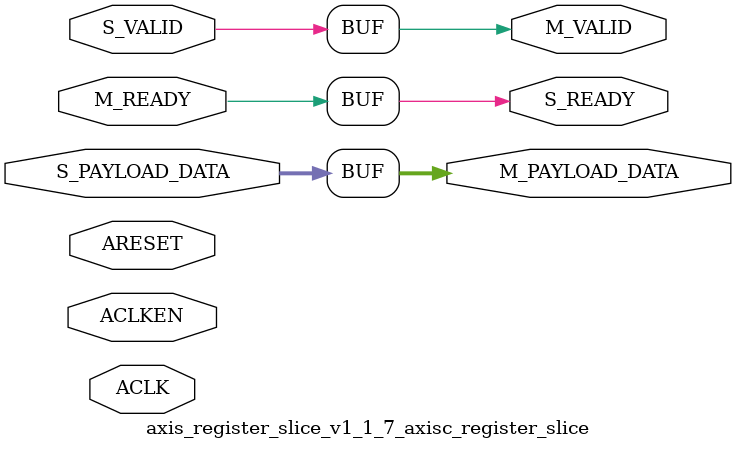
<source format=v>

`timescale 1ps/1ps

(* DowngradeIPIdentifiedWarnings="yes" *)
module axis_register_slice_v1_1_7_axisc_register_slice #
  (
   parameter C_FAMILY     = "virtex6",
   parameter C_DATA_WIDTH = 32,
   parameter C_REG_CONFIG = 32'h00000000
   // C_REG_CONFIG:
   //   0 => BYPASS    = The channel is just wired through the module.
   //   1 => FWD_REV   = Both FWD and REV (fully-registered)
   //   2 => FWD       = The master VALID and payload signals are registrated. 
   //   3 => REV       = The slave ready signal is registrated
   //   4 => RESERVED (all outputs driven to 0).
   //   5 => RESERVED (all outputs driven to 0).
   //   6 => INPUTS    = Slave and Master side inputs are registrated.
   //   7 => LIGHT_WT  = 1-stage pipeline register with bubble cycle, both FWD and REV pipelining
   //   10 => NO_READY = Assume no ready signal
   )
  (
   // System Signals
   input wire ACLK,
   input wire ARESET,
   input wire ACLKEN,

   // Slave side
   input  wire [C_DATA_WIDTH-1:0] S_PAYLOAD_DATA,
   input  wire S_VALID,
   output wire S_READY,

   // Master side
   output  wire [C_DATA_WIDTH-1:0] M_PAYLOAD_DATA,
   output wire M_VALID,
   input  wire M_READY
   );

  generate
  ////////////////////////////////////////////////////////////////////
  //
  // C_REG_CONFIG = 0
  // Bypass mode
  //
  ////////////////////////////////////////////////////////////////////
    if (C_REG_CONFIG == 32'h00000000)
    begin
      assign M_PAYLOAD_DATA = S_PAYLOAD_DATA;
      assign M_VALID        = S_VALID;
      assign S_READY        = M_READY;      
    end
  ////////////////////////////////////////////////////////////////////
  //
  // C_REG_CONFIG = 10
  // No ready, single stage register
  //
  ////////////////////////////////////////////////////////////////////
    else if (C_REG_CONFIG == 32'h0000000A)
    begin : NO_READY
      
      reg [C_DATA_WIDTH-1:0] storage_data1;
      reg                    m_valid_r; //local signal of output

      // assign local signal to its output signal
      assign S_READY = 1'b1;
      assign M_VALID = m_valid_r;

      // Load storage1 with slave side data
      always @(posedge ACLK) 
      begin
        if (ACLKEN) begin
          storage_data1 <= S_PAYLOAD_DATA; 
          m_valid_r <= S_VALID;
        end
      end

      assign M_PAYLOAD_DATA = storage_data1;


    end // if (C_REG_CONFIG == 10 )
  ////////////////////////////////////////////////////////////////////
  //
  // C_REG_CONFIG = 11
  // Minimized fanout on input signals M_READY and S_TVALID
  //
  ////////////////////////////////////////////////////////////////////
    else if (C_REG_CONFIG == 32'h00000001) begin : gen_AB_reg_slice
  //                           /----------S_READY
  //                           |/---------M_VALID
      localparam SM_RESET = 2'b00;
      localparam SM_IDLE  = 2'b10;
      localparam SM_ONE   = 2'b11;
      localparam SM_FULL  = 2'b01;
   
      (* fsm_encoding = "none" *) reg [1:0] state = SM_RESET;
      reg [C_DATA_WIDTH-1:0] payload_a;
      reg [C_DATA_WIDTH-1:0] payload_b;
      reg sel_rd = 1'b0;
      reg sel_wr = 1'b0;
      wire sel;
      wire load_a;
      wire load_b;
      
      assign M_VALID = state[0];
      assign S_READY = state[1];

      always @(posedge ACLK) begin 
        if (ARESET) begin
          state <= SM_RESET;
        end
        else if (ACLKEN) begin
          case (state)
            SM_IDLE:
              if (S_VALID)
                state <= SM_ONE;
            SM_ONE:
              if (S_VALID & ~M_READY)
                state <= SM_FULL;
              else if (~S_VALID & M_READY)
                state <= SM_IDLE;
            SM_FULL:
              if (M_READY)
                state <= SM_ONE;
            // SM_RESET:
            default:
              state <= SM_IDLE;
          endcase
        end
      end

      assign sel = sel_rd; 

      always @(posedge ACLK) begin 
        if (ARESET) begin
          sel_rd <= 1'b0;
        end 
        else if (ACLKEN) begin
          sel_rd <= (M_READY & M_VALID) ? ~sel_rd : sel_rd;
        end
      end

      assign load_a = ~sel_wr & (state != SM_FULL);
      assign load_b = sel_wr & (state != SM_FULL);
      always @(posedge ACLK) begin 
        if (ARESET) begin
          sel_wr <= 1'b0;
        end 
        else if (ACLKEN) begin
          sel_wr <= (S_READY & S_VALID) ? ~sel_wr : sel_wr;
        end
      end

      always @(posedge ACLK) begin 
        if (ACLKEN) begin 
          payload_a <= load_a ? S_PAYLOAD_DATA : payload_a;
        end
      end

      always @(posedge ACLK) begin 
        if (ACLKEN) begin 
          payload_b <= load_b ? S_PAYLOAD_DATA : payload_b;
        end
      end

      assign M_PAYLOAD_DATA = sel ? payload_b : payload_a;

    end // if (C_REG_CONFIG == 1 )
  ////////////////////////////////////////////////////////////////////
  //
  // C_REG_CONFIG = 8 (used to be 1 or 8)
  // Both FWD and REV mode
  //
  ////////////////////////////////////////////////////////////////////
    else if ((C_REG_CONFIG == 32'h00000008))
    begin
      reg [1:0] state;
      localparam [1:0] 
        ZERO = 2'b10,
        ONE  = 2'b11,
        TWO  = 2'b01;
      
      reg [C_DATA_WIDTH-1:0] storage_data1;
      reg [C_DATA_WIDTH-1:0] storage_data2;
      reg                    load_s1;
      wire                   load_s2;
      wire                   load_s1_from_s2;
      reg                    s_ready_i; //local signal of output
      wire                   m_valid_i; //local signal of output

      // assign local signal to its output signal
      assign S_READY = s_ready_i;
      assign M_VALID = m_valid_i;

      (* equivalent_register_removal = "no" *) reg [1:0] areset_d; // Reset delay register
      always @(posedge ACLK) begin
        if (ACLKEN) begin
          areset_d <= {areset_d[0], ARESET};
        end
      end
      
      // Load storage1 with either slave side data or from storage2
      always @(posedge ACLK) 
      begin
        if (ACLKEN) begin
          storage_data1 <= ~load_s1 ? storage_data1 : 
                           load_s1_from_s2 ? storage_data2 : 
                           S_PAYLOAD_DATA; 
        end
      end

      // Load storage2 with slave side data
      always @(posedge ACLK) 
      begin
        if (ACLKEN) begin
          storage_data2 <= load_s2 ? S_PAYLOAD_DATA : storage_data2;
        end
      end

      assign M_PAYLOAD_DATA = storage_data1;

      // Always load s2 on a valid transaction even if it's unnecessary
      assign load_s2 = S_VALID & s_ready_i;

      // Loading s1
      always @ *
      begin
        if ( ((state == ZERO) && (S_VALID == 1)) || // Load when empty on slave transaction
             // Load when ONE if we both have read and write at the same time
             ((state == ONE) && (S_VALID == 1) && (M_READY == 1)) ||
             // Load when TWO and we have a transaction on Master side
             ((state == TWO) && (M_READY == 1)))
          load_s1 = 1'b1;
        else
          load_s1 = 1'b0;
      end // always @ *

      assign load_s1_from_s2 = (state == TWO);
                       
      // State Machine for handling output signals
      always @(posedge ACLK) begin
        if (ARESET) begin
          s_ready_i <= 1'b0;
          state <= ZERO;
        end else if (ACLKEN && areset_d == 2'b10) begin
          s_ready_i <= 1'b1;
          state <= ZERO;
        end else if (ACLKEN && areset_d == 2'b00) begin
          case (state)
            // No transaction stored locally
            ZERO: if (S_VALID) state <= ONE; // Got one so move to ONE

            // One transaction stored locally
            ONE: begin
              if (M_READY & ~S_VALID) state <= ZERO; // Read out one so move to ZERO
              if (~M_READY & S_VALID) begin
                state <= TWO;  // Got another one so move to TWO
                s_ready_i <= 1'b0;
              end
            end

            // TWO transaction stored locally
            TWO: if (M_READY) begin
              state <= ONE; // Read out one so move to ONE
              s_ready_i <= 1'b1;
            end

            default: 
              state <= ZERO;

          endcase // case (state)
        end
      end // always @ (posedge ACLK)
      
      assign m_valid_i = state[0];

    end // if (C_REG_CONFIG == 8)
    
  ////////////////////////////////////////////////////////////////////
  //
  // C_REG_CONFIG = 2
  // Only FWD mode
  //
  ////////////////////////////////////////////////////////////////////
    else if (C_REG_CONFIG == 32'h00000002)
    begin
      reg [C_DATA_WIDTH-1:0] storage_data;
      wire                   s_ready_i; //local signal of output
      reg                    m_valid_i; //local signal of output

      // assign local signal to its output signal
      assign S_READY = s_ready_i;
      assign M_VALID = m_valid_i;

      (* equivalent_register_removal = "no" *) reg [1:0] areset_d; // Reset delay register
      always @(posedge ACLK) begin
        if (ACLKEN) begin
          areset_d <= {areset_d[0], ARESET};
        end
      end
      
      // Save payload data whenever we have a transaction on the slave side
      always @(posedge ACLK) 
      begin
        if (ACLKEN)
          storage_data <= (S_VALID & s_ready_i) ? S_PAYLOAD_DATA : storage_data;
      end

      assign M_PAYLOAD_DATA = storage_data;
      
      // M_Valid set to high when we have a completed transfer on slave side
      // Is removed on a M_READY except if we have a new transfer on the slave side
      always @(posedge ACLK) begin
        if (areset_d) begin
          m_valid_i <= 1'b0;
        end 
        else if (ACLKEN) begin
            m_valid_i <= S_VALID ? 1'b1 :  // Always set m_valid_i when slave side is valid
                       M_READY ? 1'b0 :  // Clear (or keep) when no slave side is valid but master side is ready
                         m_valid_i;
        end
      end // always @ (posedge ACLK)
      
      // Slave Ready is either when Master side drives M_Ready or we have space in our storage data
      assign s_ready_i = (M_READY | ~m_valid_i) & ~|areset_d;

    end // if (C_REG_CONFIG == 2)
  ////////////////////////////////////////////////////////////////////
  //
  // C_REG_CONFIG = 3
  // Only REV mode
  //
  ////////////////////////////////////////////////////////////////////
    else if (C_REG_CONFIG == 32'h00000003)
    begin
      reg [C_DATA_WIDTH-1:0] storage_data;
      reg                    s_ready_i; //local signal of output
      reg                    has_valid_storage_i;
      reg                    has_valid_storage;

      (* equivalent_register_removal = "no" *) reg areset_d; // Reset delay register
      always @(posedge ACLK) begin
        if (ACLKEN) begin
          areset_d <= ARESET;
        end
      end
      
      // Save payload data whenever we have a transaction on the slave side
      always @(posedge ACLK) 
      begin
        if (ACLKEN)
          storage_data <= (S_VALID & s_ready_i) ? S_PAYLOAD_DATA : storage_data;
      end

      assign M_PAYLOAD_DATA = has_valid_storage ? storage_data : S_PAYLOAD_DATA;

      // Need to determine when we need to save a payload
      // Need a combinatorial signals since it will also effect S_READY
      always @ *
      begin
        // Set the value if we have a slave transaction but master side is not ready
        if (S_VALID & s_ready_i & ~M_READY)
          has_valid_storage_i = 1'b1;
        
        // Clear the value if it's set and Master side completes the transaction but we don't have a new slave side 
        // transaction 
        else if ( (has_valid_storage == 1) && (M_READY == 1) && ( (S_VALID == 0) || (s_ready_i == 0)))
          has_valid_storage_i = 1'b0;
        else
          has_valid_storage_i = has_valid_storage;
      end // always @ *

      always @(posedge ACLK) 
      begin
        if (ARESET) begin
          has_valid_storage <= 1'b0;
        end
        else if (ACLKEN) begin
          has_valid_storage <= has_valid_storage_i;
        end
      end

      // S_READY is either clocked M_READY or that we have room in local storage
      always @(posedge ACLK) begin
        if (ARESET) begin
          s_ready_i <= 1'b0;
        end
        else if (ACLKEN) begin
          s_ready_i <= M_READY | ~has_valid_storage_i;
        end
      end

      // assign local signal to its output signal
      assign S_READY = s_ready_i;

      // M_READY is either combinatorial S_READY or that we have valid data in local storage
      assign M_VALID = (S_VALID | has_valid_storage) & ~areset_d;
      
    end // if (C_REG_CONFIG == 3)
    
  ////////////////////////////////////////////////////////////////////
  //
  // C_REG_CONFIG = 4 or 5 is NO LONGER SUPPORTED
  //
  ////////////////////////////////////////////////////////////////////
    else if ((C_REG_CONFIG == 32'h00000004) || (C_REG_CONFIG == 32'h00000005))
    begin
// synthesis translate_off
      initial begin  
        $display ("ERROR: For axi_register_slice, C_REG_CONFIG = 4 or 5 is RESERVED.");
      end
// synthesis translate_on
      assign M_PAYLOAD_DATA = 0;
      assign M_VALID        = 1'b0;
      assign S_READY        = 1'b0;    
    end  

  ////////////////////////////////////////////////////////////////////
  //
  // C_REG_CONFIG = 6
  // INPUTS mode
  //
  ////////////////////////////////////////////////////////////////////
    else if (C_REG_CONFIG == 32'h00000006)
    begin
      reg [1:0] state;
      reg [1:0] next_state;
      localparam [1:0] 
        ZERO = 2'b00,
        ONE  = 2'b01,
        TWO  = 2'b11;

      reg [C_DATA_WIDTH-1:0] storage_data1;
      reg [C_DATA_WIDTH-1:0] storage_data2;
      reg                    s_valid_d;
      reg                    s_ready_d;
      reg                    m_ready_d;
      reg                    m_valid_d;
      reg                    load_s2;
      reg                    sel_s2;
      wire                   new_access;
      wire                   access_done;
      wire                   s_ready_i; //local signal of output
      reg                    s_ready_ii;
      reg                    m_valid_i; //local signal of output
      
      (* equivalent_register_removal = "no" *) reg areset_d; // Reset delay register
      always @(posedge ACLK) begin
        if (ACLKEN) begin
          areset_d <= ARESET;
        end
      end
      
      // assign local signal to its output signal
      assign S_READY = s_ready_i;
      assign M_VALID = m_valid_i;
      assign s_ready_i = s_ready_ii & ~areset_d;

      // Registrate input control signals
      always @(posedge ACLK) 
      begin
        if (ARESET) begin          
          s_valid_d <= 1'b0;
          s_ready_d <= 1'b0;
          m_ready_d <= 1'b0;
        end else if (ACLKEN) begin
          s_valid_d <= S_VALID;
          s_ready_d <= s_ready_i;
          m_ready_d <= M_READY;
        end
      end // always @ (posedge ACLK)

      // Load storage1 with slave side payload data when slave side ready is high
      always @(posedge ACLK) 
      begin
        if (ACLKEN)
          storage_data1 <= (s_ready_i) ? S_PAYLOAD_DATA : storage_data1;          
      end

      // Load storage2 with storage data 
      always @(posedge ACLK) 
      begin
        if (ACLKEN)
          storage_data2 <= load_s2 ? storage_data1 : storage_data2;
      end

      always @(posedge ACLK) 
      begin
        if (ARESET) 
          m_valid_d <= 1'b0;
        else if (ACLKEN)
          m_valid_d <= m_valid_i;
      end

      // Local help signals
      assign new_access  = s_ready_d & s_valid_d;
      assign access_done = m_ready_d & m_valid_d;


      // State Machine for handling output signals
      always @*
      begin
        next_state = state; // Stay in the same state unless we need to move to another state
        load_s2   = 0;
        sel_s2    = 0;
        m_valid_i = 0;
        s_ready_ii = 0;
        case (state)
            // No transaction stored locally
            ZERO: begin
              load_s2   = 0;
              sel_s2    = 0;
              m_valid_i = 0;
              s_ready_ii = 1;
              if (new_access) begin
                next_state = ONE; // Got one so move to ONE
                load_s2   = 1;
                m_valid_i = 0;
              end
              else begin
                next_state = next_state;
                load_s2   = load_s2;
                m_valid_i = m_valid_i;
              end

            end // case: ZERO

            // One transaction stored locally
            ONE: begin
              load_s2   = 0;
              sel_s2    = 1;
              m_valid_i = 1;
              s_ready_ii = 1;
              if (~new_access & access_done) begin
                next_state = ZERO; // Read out one so move to ZERO
                m_valid_i = 0;                      
              end
              else if (new_access & ~access_done) begin
                next_state = TWO;  // Got another one so move to TWO
                s_ready_ii = 0;
              end
              else if (new_access & access_done) begin
                load_s2   = 1;
                sel_s2    = 0;
              end
              else begin
                load_s2   = load_s2;
                sel_s2    = sel_s2;
              end


            end // case: ONE

            // TWO transaction stored locally
            TWO: begin
              load_s2   = 0;
              sel_s2    = 1;
              m_valid_i = 1;
              s_ready_ii = 0;
              if (access_done) begin 
                next_state = ONE; // Read out one so move to ONE
                s_ready_ii  = 1;
                load_s2    = 1;
                sel_s2     = 0;
              end
              else begin
                next_state = next_state;
                s_ready_ii  = s_ready_ii;
                load_s2    = load_s2;
                sel_s2     = sel_s2;
              end
            end // case: TWO
        endcase // case (state)
      end // always @ *


      // State Machine for handling output signals
      always @(posedge ACLK) 
      begin
        if (ARESET) 
          state <= ZERO;
        else if (ACLKEN)
          state <= next_state; // Stay in the same state unless we need to move to another state
      end
      
      // Master Payload mux
      assign M_PAYLOAD_DATA = sel_s2?storage_data2:storage_data1;

    end // if (C_REG_CONFIG == 6)
  ////////////////////////////////////////////////////////////////////
  //
  // C_REG_CONFIG = 7
  // Light-weight mode.
  // 1-stage pipeline register with bubble cycle, both FWD and REV pipelining
  // Operates same as 1-deep FIFO
  //
  ////////////////////////////////////////////////////////////////////
    else if (C_REG_CONFIG == 32'h00000007)
    begin
      reg [C_DATA_WIDTH-1:0] storage_data1;
      reg                    s_ready_i; //local signal of output
      reg                    m_valid_i; //local signal of output

      // assign local signal to its output signal
      assign S_READY = s_ready_i;
      assign M_VALID = m_valid_i;

      (* equivalent_register_removal = "no" *) reg [1:0] areset_d; // Reset delay register
      always @(posedge ACLK) begin
        if (ACLKEN) begin
          areset_d <= {areset_d[0], ARESET};
        end
      end
      
      // Load storage1 with slave side data
      always @(posedge ACLK) 
      begin
        if (ARESET) begin
          s_ready_i <= 1'b0;
          m_valid_i <= 1'b0;
        end else if (ACLKEN && areset_d == 2'b10) begin
          s_ready_i <= 1'b1;
        end else if (ACLKEN && areset_d == 2'b00) begin
          if (m_valid_i & M_READY) begin
            s_ready_i <= 1'b1;
            m_valid_i <= 1'b0;
          end else if (S_VALID & s_ready_i) begin
            s_ready_i <= 1'b0;
            m_valid_i <= 1'b1;
          end
        end
        if (~m_valid_i) begin
          storage_data1 <= S_PAYLOAD_DATA;        
        end
      end
      assign M_PAYLOAD_DATA = storage_data1;
    end // if (C_REG_CONFIG == 7)
    
    else begin : default_case
      // Passthrough
      assign M_PAYLOAD_DATA = S_PAYLOAD_DATA;
      assign M_VALID        = S_VALID;
      assign S_READY        = M_READY;      
    end

  endgenerate
endmodule // axisc_register_slice

</source>
